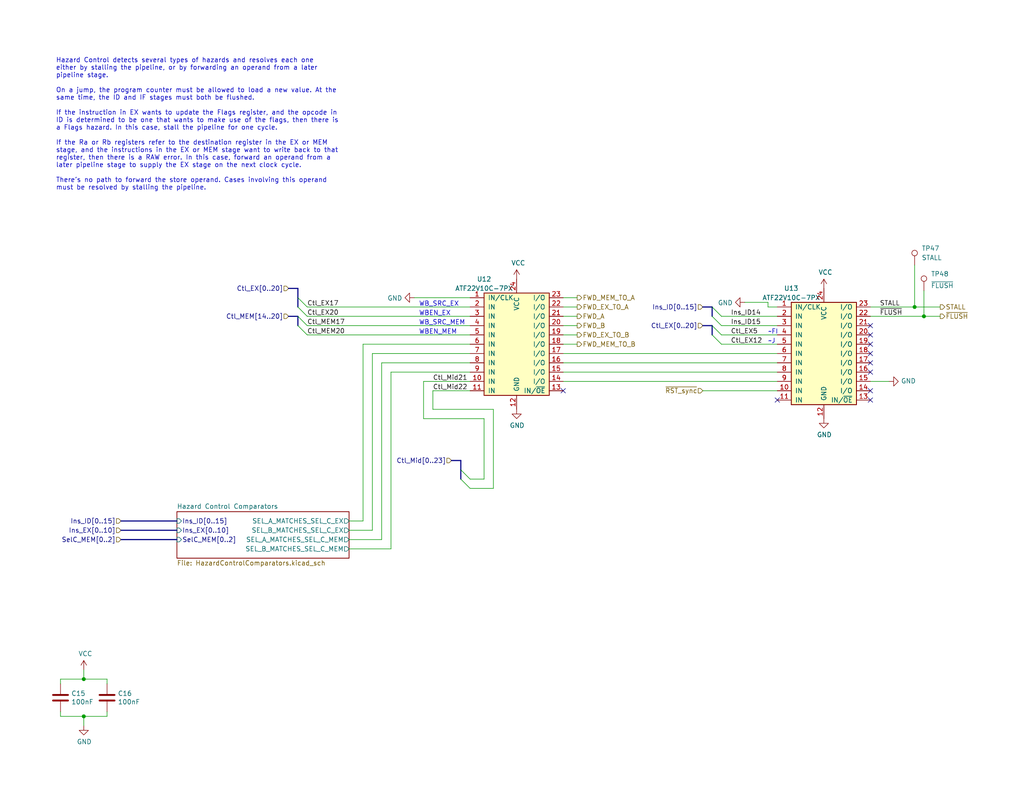
<source format=kicad_sch>
(kicad_sch (version 20230121) (generator eeschema)
  (paper "USLetter")
  (title_block (title "Hazard Control") (date "2022-09-25") (rev "C") (comment 2 "control operand forwarding.") (comment 3 "This may stall the pipeline on a hazard. For RAW hazards, it produces signals to") (comment 4 "Control logic for dealing with pipeline hazards"))
  (lib_symbols
    (symbol "Connector:TestPoint" (pin_numbers hide) (pin_names (offset 0.762) hide)
      (property "Reference" "TP" (at 0 6.858 0))
      (property "Value" "TestPoint" (at 0 5.08 0))
      (symbol "TestPoint_0_1"
        (circle (center 0 3.302) (radius 0.762))
      )
      (symbol "TestPoint_1_1"
        (pin passive line (at 0 0 90) (length 2.54) (name "1") (number "1"))
      )
    )
    (symbol "ControlModule-rescue:ATF22V10C-Logic_Programmable" (pin_names (offset 1.016))
      (property "Reference" "U" (at -7.62 17.78 0))
      (property "Value" "ATF22V10C-Logic_Programmable" (at -7.62 15.24 0))
      (symbol "ATF22V10C-Logic_Programmable_1_1"
        (rectangle (start -8.89 -15.24) (end 8.89 12.7) (stroke (width 0.254)) (fill (type background)))
        (pin input line (at -12.7 11.43 0) (length 3.81) (name "IN/CLK") (number "1"))
        (pin input line (at -12.7 -11.43 0) (length 3.81) (name "IN") (number "10"))
        (pin input line (at -12.7 -13.97 0) (length 3.81) (name "IN") (number "11"))
        (pin power_in line (at 0 -19.05 90) (length 3.81) (name "GND") (number "12"))
        (pin input line (at 12.7 -13.97 180) (length 3.81) (name "IN/~{OE}") (number "13"))
        (pin passive line (at 12.7 -11.43 180) (length 3.81) (name "I/O") (number "14"))
        (pin passive line (at 12.7 -8.89 180) (length 3.81) (name "I/O") (number "15"))
        (pin passive line (at 12.7 -6.35 180) (length 3.81) (name "I/O") (number "16"))
        (pin passive line (at 12.7 -3.81 180) (length 3.81) (name "I/O") (number "17"))
        (pin passive line (at 12.7 -1.27 180) (length 3.81) (name "I/O") (number "18"))
        (pin passive line (at 12.7 1.27 180) (length 3.81) (name "I/O") (number "19"))
        (pin input line (at -12.7 8.89 0) (length 3.81) (name "IN") (number "2"))
        (pin passive line (at 12.7 3.81 180) (length 3.81) (name "I/O") (number "20"))
        (pin passive line (at 12.7 6.35 180) (length 3.81) (name "I/O") (number "21"))
        (pin passive line (at 12.7 8.89 180) (length 3.81) (name "I/O") (number "22"))
        (pin passive line (at 12.7 11.43 180) (length 3.81) (name "I/O") (number "23"))
        (pin power_in line (at 0 16.51 270) (length 3.81) (name "VCC") (number "24"))
        (pin input line (at -12.7 6.35 0) (length 3.81) (name "IN") (number "3"))
        (pin input line (at -12.7 3.81 0) (length 3.81) (name "IN") (number "4"))
        (pin input line (at -12.7 1.27 0) (length 3.81) (name "IN") (number "5"))
        (pin input line (at -12.7 -1.27 0) (length 3.81) (name "IN") (number "6"))
        (pin input line (at -12.7 -3.81 0) (length 3.81) (name "IN") (number "7"))
        (pin input line (at -12.7 -6.35 0) (length 3.81) (name "IN") (number "8"))
        (pin input line (at -12.7 -8.89 0) (length 3.81) (name "IN") (number "9"))
      )
    )
    (symbol "Device:C" (pin_numbers hide) (pin_names (offset 0.254))
      (property "Reference" "C" (at 0.635 2.54 0))
      (property "Value" "C" (at 0.635 -2.54 0))
      (symbol "C_0_1"
        (polyline (pts (xy -2.032 -0.762) (xy 2.032 -0.762)) (stroke (width 0.508)))
        (polyline (pts (xy -2.032 0.762) (xy 2.032 0.762)) (stroke (width 0.508)))
      )
      (symbol "C_1_1"
        (pin passive line (at 0 3.81 270) (length 2.794) (name "~") (number "1"))
        (pin passive line (at 0 -3.81 90) (length 2.794) (name "~") (number "2"))
      )
    )
    (symbol "power:GND" (power) (pin_names (offset 0))
      (property "Value" "GND" (at 0 -3.81 0))
      (symbol "GND_0_1"
        (polyline (pts (xy 0 0) (xy 0 -1.27) (xy 1.27 -1.27) (xy 0 -2.54) (xy -1.27 -1.27) (xy 0 -1.27)))
      )
      (symbol "GND_1_1"
        (pin power_in line (at 0 0 270) (length 0) hide (name "GND") (number "1"))
      )
    )
    (symbol "power:VCC" (power) (pin_names (offset 0))
      (property "Value" "VCC" (at 0 3.81 0))
      (symbol "VCC_0_1"
        (polyline (pts (xy -0.762 1.27) (xy 0 2.54)))
        (polyline (pts (xy 0 0) (xy 0 2.54)))
        (polyline (pts (xy 0 2.54) (xy 0.762 1.27)))
      )
      (symbol "VCC_1_1"
        (pin power_in line (at 0 0 90) (length 0) hide (name "VCC") (number "1"))
      )
    )
  )
  (junction (at 22.86 185.42))
  (junction (at 249.555 83.82))
  (junction (at 252.095 86.36))
  (junction (at 22.86 195.58))
  (no_connect (at 212.09 109.22))
  (no_connect (at 237.49 109.22))
  (no_connect (at 237.49 93.98))
  (no_connect (at 237.49 91.44))
  (no_connect (at 237.49 106.68))
  (no_connect (at 237.49 99.06))
  (no_connect (at 237.49 101.6))
  (no_connect (at 237.49 88.9))
  (no_connect (at 153.67 106.68))
  (no_connect (at 237.49 96.52))
  (bus_entry (at 128.27 130.81) (size -2.54 -2.54))
  (bus_entry (at 196.85 86.36) (size -2.54 -2.54))
  (bus_entry (at 83.82 83.82) (size -2.54 -2.54))
  (bus_entry (at 194.31 88.9) (size 2.54 2.54))
  (bus_entry (at 81.28 83.82) (size 2.54 2.54))
  (bus_entry (at 194.31 91.44) (size 2.54 2.54))
  (bus_entry (at 83.82 91.44) (size -2.54 -2.54))
  (bus_entry (at 83.82 88.9) (size -2.54 -2.54))
  (bus_entry (at 128.27 133.35) (size -2.54 -2.54))
  (bus_entry (at 196.85 88.9) (size -2.54 -2.54))
  (wire (pts (xy 157.48 88.9) (xy 153.67 88.9)))
  (wire (pts (xy 212.09 99.06) (xy 153.67 99.06)))
  (wire (pts (xy 134.62 133.35) (xy 128.27 133.35)))
  (wire (pts (xy 16.51 185.42) (xy 22.86 185.42)))
  (wire (pts (xy 118.11 111.76) (xy 134.62 111.76)))
  (wire (pts (xy 118.11 106.68) (xy 128.27 106.68)))
  (wire (pts (xy 115.57 114.3) (xy 115.57 104.14)))
  (wire (pts (xy 237.49 104.14) (xy 242.57 104.14)))
  (bus (pts (xy 78.74 86.36) (xy 81.28 86.36)))
  (wire (pts (xy 128.27 99.06) (xy 104.14 99.06)))
  (wire (pts (xy 83.82 91.44) (xy 128.27 91.44)))
  (wire (pts (xy 153.67 96.52) (xy 212.09 96.52)))
  (wire (pts (xy 191.77 106.68) (xy 212.09 106.68)))
  (wire (pts (xy 128.27 101.6) (xy 106.68 101.6)))
  (bus (pts (xy 191.77 88.9) (xy 194.31 88.9)))
  (bus (pts (xy 81.28 81.28) (xy 81.28 83.82)))
  (wire (pts (xy 196.85 93.98) (xy 212.09 93.98)))
  (bus (pts (xy 81.28 86.36) (xy 81.28 88.9)))
  (wire (pts (xy 134.62 111.76) (xy 134.62 133.35)))
  (wire (pts (xy 132.08 114.3) (xy 115.57 114.3)))
  (wire (pts (xy 29.21 185.42) (xy 29.21 186.69)))
  (wire (pts (xy 99.06 142.24) (xy 95.25 142.24)))
  (wire (pts (xy 99.06 93.98) (xy 99.06 142.24)))
  (wire (pts (xy 252.095 86.36) (xy 256.54 86.36)))
  (wire (pts (xy 106.68 101.6) (xy 106.68 149.86)))
  (bus (pts (xy 81.28 78.74) (xy 81.28 81.28)))
  (wire (pts (xy 157.48 83.82) (xy 153.67 83.82)))
  (wire (pts (xy 115.57 104.14) (xy 128.27 104.14)))
  (wire (pts (xy 22.86 198.12) (xy 22.86 195.58)))
  (wire (pts (xy 104.14 147.32) (xy 95.25 147.32)))
  (wire (pts (xy 128.27 81.28) (xy 113.03 81.28)))
  (wire (pts (xy 153.67 101.6) (xy 212.09 101.6)))
  (wire (pts (xy 22.86 195.58) (xy 29.21 195.58)))
  (wire (pts (xy 16.51 186.69) (xy 16.51 185.42)))
  (wire (pts (xy 249.555 72.39) (xy 249.555 83.82)))
  (wire (pts (xy 132.08 130.81) (xy 132.08 114.3)))
  (wire (pts (xy 29.21 195.58) (xy 29.21 194.31)))
  (bus (pts (xy 123.19 125.73) (xy 125.73 125.73)))
  (wire (pts (xy 237.49 83.82) (xy 249.555 83.82)))
  (bus (pts (xy 191.77 83.82) (xy 194.31 83.82)))
  (wire (pts (xy 209.55 82.55) (xy 209.55 83.82)))
  (wire (pts (xy 83.82 86.36) (xy 128.27 86.36)))
  (bus (pts (xy 78.74 78.74) (xy 81.28 78.74)))
  (bus (pts (xy 194.31 88.9) (xy 194.31 91.44)))
  (wire (pts (xy 128.27 96.52) (xy 101.6 96.52)))
  (wire (pts (xy 153.67 91.44) (xy 157.48 91.44)))
  (bus (pts (xy 125.73 125.73) (xy 125.73 128.27)))
  (bus (pts (xy 33.02 147.32) (xy 48.26 147.32)))
  (wire (pts (xy 22.86 185.42) (xy 29.21 185.42)))
  (wire (pts (xy 83.82 88.9) (xy 128.27 88.9)))
  (wire (pts (xy 118.11 106.68) (xy 118.11 111.76)))
  (wire (pts (xy 203.2 82.55) (xy 209.55 82.55)))
  (wire (pts (xy 237.49 86.36) (xy 252.095 86.36)))
  (wire (pts (xy 128.27 93.98) (xy 99.06 93.98)))
  (wire (pts (xy 128.27 130.81) (xy 132.08 130.81)))
  (wire (pts (xy 83.82 83.82) (xy 128.27 83.82)))
  (bus (pts (xy 48.26 142.24) (xy 33.02 142.24)))
  (bus (pts (xy 48.26 144.78) (xy 33.02 144.78)))
  (wire (pts (xy 209.55 83.82) (xy 212.09 83.82)))
  (wire (pts (xy 249.555 83.82) (xy 256.54 83.82)))
  (wire (pts (xy 153.67 86.36) (xy 157.48 86.36)))
  (wire (pts (xy 196.85 88.9) (xy 212.09 88.9)))
  (bus (pts (xy 125.73 128.27) (xy 125.73 130.81)))
  (wire (pts (xy 106.68 149.86) (xy 95.25 149.86)))
  (wire (pts (xy 22.86 182.88) (xy 22.86 185.42)))
  (wire (pts (xy 101.6 96.52) (xy 101.6 144.78)))
  (wire (pts (xy 101.6 144.78) (xy 95.25 144.78)))
  (wire (pts (xy 104.14 99.06) (xy 104.14 147.32)))
  (wire (pts (xy 212.09 91.44) (xy 196.85 91.44)))
  (wire (pts (xy 212.09 104.14) (xy 153.67 104.14)))
  (wire (pts (xy 196.85 86.36) (xy 212.09 86.36)))
  (wire (pts (xy 16.51 195.58) (xy 22.86 195.58)))
  (wire (pts (xy 157.48 93.98) (xy 153.67 93.98)))
  (bus (pts (xy 194.31 83.82) (xy 194.31 86.36)))
  (wire (pts (xy 153.67 81.28) (xy 157.48 81.28)))
  (wire (pts (xy 252.095 79.375) (xy 252.095 86.36)))
  (wire (pts (xy 16.51 194.31) (xy 16.51 195.58)))
  (text "Hazard Control detects several types of hazards and resolves each one\neither by stalling the pipeline, or by forwarding an operand from a later\npipeline stage.\n\nOn a jump, the program counter must be allowed to load a new value. At the\nsame time, the ID and IF stages must both be flushed.\n\nIf the instruction in EX wants to update the Flags register, and the opcode in\nID is determined to be one that wants to make use of the flags, then there is\na Flags hazard. In this case, stall the pipeline for one cycle.\n\nIf the Ra or Rb registers refer to the destination register in the EX or MEM\nstage, and the instructions in the EX or MEM stage want to write back to that\nregister, then there is a RAW error. In this case, forward an operand from a\nlater pipeline stage to supply the EX stage on the next clock cycle.\n\nThere’s no path to forward the store operand. Cases involving this operand\nmust be resolved by stalling the pipeline." (at 15.24 52.07 0) (effects (font (size 1.27 1.27)) (justify left bottom)))
  (text "WBEN_EX" (at 114.3 86.36 0) (effects (font (size 1.27 1.27)) (justify left bottom)))
  (text "WBEN_MEM" (at 114.3 91.44 0) (effects (font (size 1.27 1.27)) (justify left bottom)))
  (text "WB_SRC_EX" (at 114.3 83.82 0) (effects (font (size 1.27 1.27)) (justify left bottom)))
  (text "~J" (at 209.55 93.98 0) (effects (font (size 1.27 1.27)) (justify left bottom)))
  (text "~FI" (at 209.55 91.44 0) (effects (font (size 1.27 1.27)) (justify left bottom)))
  (text "WB_SRC_MEM" (at 114.3 88.9 0) (effects (font (size 1.27 1.27)) (justify left bottom)))
  (label "Ins_ID14" (at 199.39 86.36 0))
  (label "Ctl_MEM20" (at 83.82 91.44 0))
  (label "Ins_ID15" (at 199.39 88.9 0))
  (label "Ctl_Mid21" (at 118.11 104.14 0))
  (label "Ctl_EX12" (at 199.39 93.98 0))
  (label "~{FLUSH}" (at 240.03 86.36 0))
  (label "Ctl_EX5" (at 199.39 91.44 0))
  (label "Ctl_MEM17" (at 83.82 88.9 0))
  (label "STALL" (at 240.03 83.82 0))
  (label "Ctl_EX17" (at 83.82 83.82 0))
  (label "Ctl_Mid22" (at 118.11 106.68 0))
  (label "Ctl_EX20" (at 83.82 86.36 0))
  (hierarchical_label "~{RST_sync}" (shape input) (at 191.77 106.68 180))
  (hierarchical_label "FWD_EX_TO_A" (shape output) (at 157.48 83.82 0))
  (hierarchical_label "FWD_MEM_TO_A" (shape output) (at 157.48 81.28 0))
  (hierarchical_label "FWD_B" (shape output) (at 157.48 88.9 0))
  (hierarchical_label "Ins_ID[0..15]" (shape input) (at 191.77 83.82 180))
  (hierarchical_label "SelC_MEM[0..2]" (shape input) (at 33.02 147.32 180))
  (hierarchical_label "Ctl_EX[0..20]" (shape input) (at 191.77 88.9 180))
  (hierarchical_label "FWD_MEM_TO_B" (shape output) (at 157.48 93.98 0))
  (hierarchical_label "Ctl_Mid[0..23]" (shape input) (at 123.19 125.73 180))
  (hierarchical_label "STALL" (shape output) (at 256.54 83.82 0))
  (hierarchical_label "Ctl_EX[0..20]" (shape input) (at 78.74 78.74 180))
  (hierarchical_label "~{FLUSH}" (shape output) (at 256.54 86.36 0))
  (hierarchical_label "Ctl_MEM[14..20]" (shape input) (at 78.74 86.36 180))
  (hierarchical_label "FWD_EX_TO_B" (shape output) (at 157.48 91.44 0))
  (hierarchical_label "Ins_EX[0..10]" (shape input) (at 33.02 144.78 180))
  (hierarchical_label "FWD_A" (shape output) (at 157.48 86.36 0))
  (hierarchical_label "Ins_ID[0..15]" (shape input) (at 33.02 142.24 180))
  (symbol (lib_id "power:VCC") (at 140.97 76.2 0) (unit 1)
    (property "Reference" "#PWR056" (effects hide))
    (property "Value" "VCC" (at 141.4018 71.8058 0))
  )
  (symbol (lib_id "power:GND") (at 140.97 111.76 0) (unit 1)
    (property "Reference" "#PWR057" (effects hide))
    (property "Value" "GND" (at 141.097 116.1542 0))
  )
  (symbol (lib_id "ControlModule-rescue:ATF22V10C-Logic_Programmable") (at 140.97 92.71 0) (unit 1)
    (property "Reference" "U12" (at 132.08 76.2 0))
    (property "Value" "ATF22V10C-7PX" (at 132.08 78.74 0))
    (property "Footprint" "Package_DIP:DIP-24_W7.62mm_Socket" (effects hide))
    (property "Datasheet" "https://www.mouser.com/datasheet/2/268/doc0735-1369018.pdf" (effects hide))
    (property "Mouser" "https://www.mouser.com/ProductDetail/Microchip-Technology-Atmel/ATF22V10C-7PX?qs=%2Fha2pyFadugqFuTUlWvkuaZr7DXQ8Rnu3dOZcKuoHGuPC51te6MYUw%3D%3D" (effects hide))
  )
  (symbol (lib_id "Device:C") (at 16.51 190.5 0) (unit 1)
    (property "Reference" "C15" (at 19.431 189.3316 0) (effects (justify left)))
    (property "Value" "100nF" (at 19.431 191.643 0) (effects (justify left)))
    (property "Footprint" "Capacitor_SMD:C_0603_1608Metric_Pad1.08x0.95mm_HandSolder" (effects hide))
    (property "Mouser" "https://www.mouser.com/ProductDetail/963-EMK107B7104KAHT" (effects hide))
  )
  (symbol (lib_id "power:VCC") (at 22.86 182.88 0) (unit 1)
    (property "Reference" "#PWR053" (effects hide))
    (property "Value" "VCC" (at 23.2918 178.4858 0))
  )
  (symbol (lib_id "power:GND") (at 22.86 198.12 0) (unit 1)
    (property "Reference" "#PWR054" (effects hide))
    (property "Value" "GND" (at 22.987 202.5142 0))
  )
  (symbol (lib_id "Device:C") (at 29.21 190.5 0) (unit 1)
    (property "Reference" "C16" (at 32.131 189.3316 0) (effects (justify left)))
    (property "Value" "100nF" (at 32.131 191.643 0) (effects (justify left)))
    (property "Footprint" "Capacitor_SMD:C_0603_1608Metric_Pad1.08x0.95mm_HandSolder" (effects hide))
    (property "Mouser" "https://www.mouser.com/ProductDetail/963-EMK107B7104KAHT" (effects hide))
  )
  (symbol (lib_id "power:GND") (at 242.57 104.14 90) (unit 1)
    (property "Reference" "#PWR061" (effects hide))
    (property "Value" "GND" (at 245.8212 104.013 90) (effects (justify right)))
  )
  (symbol (lib_id "power:GND") (at 203.2 82.55 270) (unit 1)
    (property "Reference" "#PWR058" (effects hide))
    (property "Value" "GND" (at 199.9488 82.677 90) (effects (justify right)))
  )
  (symbol (lib_id "power:GND") (at 113.03 81.28 270) (unit 1)
    (property "Reference" "#PWR055" (effects hide))
    (property "Value" "GND" (at 109.7788 81.407 90) (effects (justify right)))
  )
  (symbol (lib_id "ControlModule-rescue:ATF22V10C-Logic_Programmable") (at 224.79 95.25 0) (unit 1)
    (property "Reference" "U13" (at 215.9 78.74 0))
    (property "Value" "ATF22V10C-7PX" (at 215.9 81.28 0))
    (property "Footprint" "Package_DIP:DIP-24_W7.62mm_Socket" (effects hide))
    (property "Datasheet" "https://www.mouser.com/datasheet/2/268/doc0735-1369018.pdf" (effects hide))
    (property "Mouser" "https://www.mouser.com/ProductDetail/Microchip-Technology-Atmel/ATF22V10C-7PX?qs=%2Fha2pyFadugqFuTUlWvkuaZr7DXQ8Rnu3dOZcKuoHGuPC51te6MYUw%3D%3D" (effects hide))
  )
  (symbol (lib_id "power:VCC") (at 224.79 78.74 0) (unit 1)
    (property "Reference" "#PWR059" (effects hide))
    (property "Value" "VCC" (at 225.2218 74.3458 0))
  )
  (symbol (lib_id "power:GND") (at 224.79 114.3 0) (unit 1)
    (property "Reference" "#PWR060" (effects hide))
    (property "Value" "GND" (at 224.917 118.6942 0))
  )
  (symbol (lib_id "Connector:TestPoint") (at 252.095 79.375 0) (unit 1)
    (property "Reference" "TP48" (at 254 74.8029 0) (effects (justify left)))
    (property "Value" "~{FLUSH}" (at 254 77.9779 0) (effects (justify left)))
    (property "Footprint" "TestPoint:TestPoint_Pad_D1.0mm" (effects hide))
  )
  (symbol (lib_id "Connector:TestPoint") (at 249.555 72.39 0) (unit 1)
    (property "Reference" "TP47" (at 251.46 67.8179 0) (effects (justify left)))
    (property "Value" "STALL" (at 251.46 70.3579 0) (effects (justify left)))
    (property "Footprint" "TestPoint:TestPoint_Pad_D1.0mm" (effects hide))
  )
  (sheet (at 48.26 139.7) (size 46.99 12.7)
    (property "Sheetname" "Hazard Control Comparators" (at 48.26 138.9884 0) (effects (justify left bottom)))
    (property "Sheetfile" "HazardControlComparators.kicad_sch" (at 48.26 152.9846 0) (effects (justify left top)))
    (pin "Ins_ID[0..15]" input (at 48.26 142.24 180))
    (pin "Ins_EX[0..10]" input (at 48.26 144.78 180))
    (pin "SelC_MEM[0..2]" input (at 48.26 147.32 180))
    (pin "SEL_A_MATCHES_SEL_C_EX" output (at 95.25 142.24 0))
    (pin "SEL_B_MATCHES_SEL_C_EX" output (at 95.25 144.78 0))
    (pin "SEL_A_MATCHES_SEL_C_MEM" output (at 95.25 147.32 0))
    (pin "SEL_B_MATCHES_SEL_C_MEM" output (at 95.25 149.86 0))
  )
)
</source>
